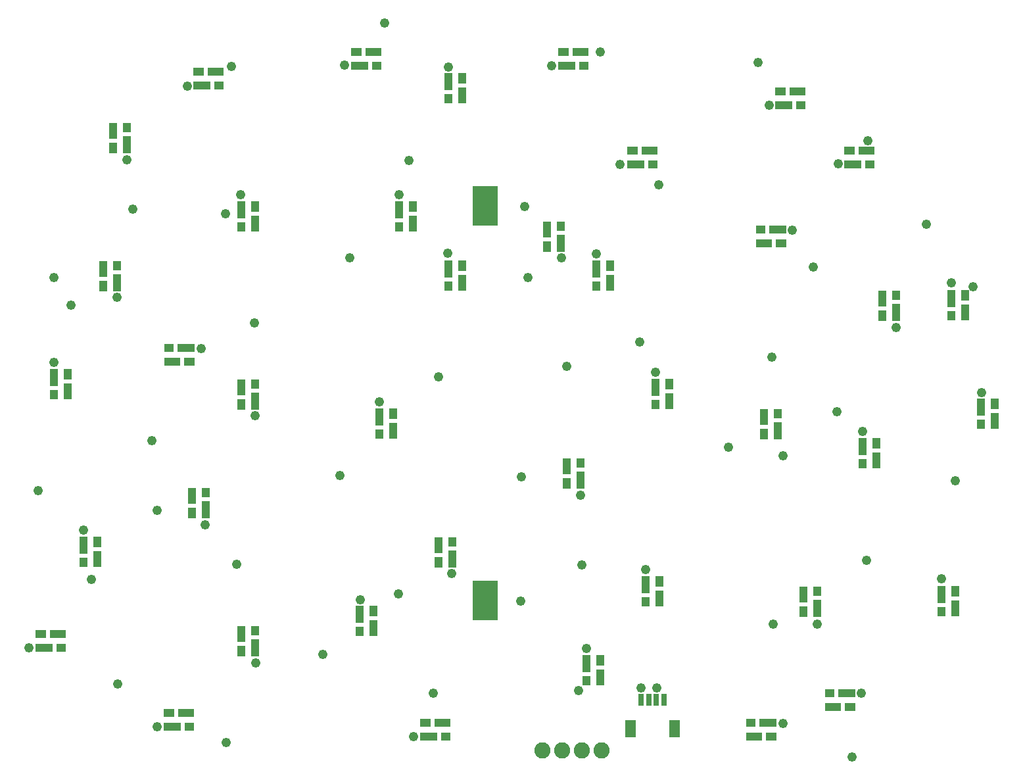
<source format=gts>
G04 EAGLE Gerber RS-274X export*
G75*
%MOMM*%
%FSLAX34Y34*%
%LPD*%
%INSoldermask Top*%
%IPPOS*%
%AMOC8*
5,1,8,0,0,1.08239X$1,22.5*%
G01*
%ADD10C,2.082800*%
%ADD11R,1.053200X2.103200*%
%ADD12R,1.053200X1.203200*%
%ADD13R,1.053200X1.353200*%
%ADD14R,1.053200X2.203200*%
%ADD15R,2.103200X1.053200*%
%ADD16R,1.203200X1.053200*%
%ADD17R,1.353200X1.053200*%
%ADD18R,2.203200X1.053200*%
%ADD19R,1.403200X2.203200*%
%ADD20R,0.803200X1.553200*%
%ADD21R,3.203200X5.203200*%
%ADD22C,1.209600*%


D10*
X835660Y74930D03*
X810260Y74930D03*
X784860Y74930D03*
X759460Y74930D03*
D11*
X834250Y168800D03*
D12*
X816750Y164300D03*
D13*
X834250Y190550D03*
D14*
X816750Y186300D03*
D15*
X1045100Y727850D03*
D16*
X1040600Y745350D03*
D17*
X1066850Y727850D03*
D18*
X1062600Y745350D03*
D11*
X1197750Y656700D03*
D12*
X1215250Y661200D03*
D13*
X1197750Y634950D03*
D14*
X1215250Y639200D03*
D11*
X1045350Y504300D03*
D12*
X1062850Y508800D03*
D13*
X1045350Y482550D03*
D14*
X1062850Y486800D03*
D11*
X1096150Y275700D03*
D12*
X1113650Y280200D03*
D13*
X1096150Y253950D03*
D14*
X1113650Y258200D03*
D11*
X910450Y270400D03*
D12*
X892950Y265900D03*
D13*
X910450Y292150D03*
D14*
X892950Y287900D03*
D11*
X923150Y524400D03*
D12*
X905650Y519900D03*
D13*
X923150Y546150D03*
D14*
X905650Y541900D03*
D11*
X846950Y676800D03*
D12*
X829450Y672300D03*
D13*
X846950Y698550D03*
D14*
X829450Y694300D03*
D15*
X898000Y846950D03*
D16*
X902500Y829450D03*
D17*
X876250Y846950D03*
D18*
X880500Y829450D03*
D15*
X809100Y973950D03*
D16*
X813600Y956450D03*
D17*
X787350Y973950D03*
D18*
X791600Y956450D03*
D11*
X765950Y745600D03*
D12*
X783450Y750100D03*
D13*
X765950Y723850D03*
D14*
X783450Y728100D03*
D15*
X1032400Y92850D03*
D16*
X1027900Y110350D03*
D17*
X1054150Y92850D03*
D18*
X1049900Y110350D03*
D11*
X791350Y440800D03*
D12*
X808850Y445300D03*
D13*
X791350Y419050D03*
D14*
X808850Y423300D03*
D11*
X626250Y339200D03*
D12*
X643750Y343700D03*
D13*
X626250Y317450D03*
D14*
X643750Y321700D03*
D15*
X631300Y110350D03*
D16*
X635800Y92850D03*
D17*
X609550Y110350D03*
D18*
X613800Y92850D03*
D11*
X542150Y232300D03*
D12*
X524650Y227800D03*
D13*
X542150Y254050D03*
D14*
X524650Y249800D03*
D11*
X567550Y486300D03*
D12*
X550050Y481800D03*
D13*
X567550Y508050D03*
D14*
X550050Y503800D03*
D11*
X656450Y676800D03*
D12*
X638950Y672300D03*
D13*
X656450Y698550D03*
D14*
X638950Y694300D03*
D11*
X592950Y753000D03*
D12*
X575450Y748500D03*
D13*
X592950Y774750D03*
D14*
X575450Y770500D03*
D11*
X656450Y918100D03*
D12*
X638950Y913600D03*
D13*
X656450Y939850D03*
D14*
X638950Y935600D03*
D15*
X542400Y973950D03*
D16*
X546900Y956450D03*
D17*
X520650Y973950D03*
D18*
X524900Y956450D03*
D11*
X372250Y542400D03*
D12*
X389750Y546900D03*
D13*
X372250Y520650D03*
D14*
X389750Y524900D03*
D15*
X1134000Y130950D03*
D16*
X1129500Y148450D03*
D17*
X1155750Y130950D03*
D18*
X1151500Y148450D03*
D11*
X308750Y402700D03*
D12*
X326250Y407200D03*
D13*
X308750Y380950D03*
D14*
X326250Y385200D03*
D11*
X372250Y224900D03*
D12*
X389750Y229400D03*
D13*
X372250Y203150D03*
D14*
X389750Y207400D03*
D15*
X301100Y123050D03*
D16*
X305600Y105550D03*
D17*
X279350Y123050D03*
D18*
X283600Y105550D03*
D15*
X136000Y224650D03*
D16*
X140500Y207150D03*
D17*
X114250Y224650D03*
D18*
X118500Y207150D03*
D11*
X186550Y321200D03*
D12*
X169050Y316700D03*
D13*
X186550Y342950D03*
D14*
X169050Y338700D03*
D11*
X148450Y537100D03*
D12*
X130950Y532600D03*
D13*
X148450Y558850D03*
D14*
X130950Y554600D03*
D15*
X283100Y575450D03*
D16*
X278600Y592950D03*
D17*
X304850Y575450D03*
D18*
X300600Y592950D03*
D11*
X389750Y753000D03*
D12*
X372250Y748500D03*
D13*
X389750Y774750D03*
D14*
X372250Y770500D03*
D15*
X339200Y948550D03*
D16*
X343700Y931050D03*
D17*
X317450Y948550D03*
D18*
X321700Y931050D03*
D11*
X207150Y872600D03*
D12*
X224650Y877100D03*
D13*
X207150Y850850D03*
D14*
X224650Y855100D03*
D11*
X1291450Y257700D03*
D12*
X1273950Y253200D03*
D13*
X1291450Y279450D03*
D14*
X1273950Y275200D03*
D11*
X194450Y694800D03*
D12*
X211950Y699300D03*
D13*
X194450Y673050D03*
D14*
X211950Y677300D03*
D11*
X1189850Y448200D03*
D12*
X1172350Y443700D03*
D13*
X1189850Y469950D03*
D14*
X1172350Y465700D03*
D11*
X1342250Y499000D03*
D12*
X1324750Y494500D03*
D13*
X1342250Y520750D03*
D14*
X1324750Y516500D03*
D11*
X1304150Y638700D03*
D12*
X1286650Y634200D03*
D13*
X1304150Y660450D03*
D14*
X1286650Y656200D03*
D15*
X1177400Y846950D03*
D16*
X1181900Y829450D03*
D17*
X1155650Y846950D03*
D18*
X1159900Y829450D03*
D15*
X1088500Y923150D03*
D16*
X1093000Y905650D03*
D17*
X1066750Y923150D03*
D18*
X1071000Y905650D03*
D19*
X873700Y102950D03*
X929700Y102950D03*
D20*
X886700Y139700D03*
X896700Y139700D03*
X906700Y139700D03*
X916700Y139700D03*
D21*
X686562Y775953D03*
X686562Y267953D03*
D22*
X816610Y205994D03*
X1069594Y109982D03*
X1170686Y148844D03*
X1273810Y295656D03*
X1171956Y485140D03*
X1325118Y535178D03*
X1286510Y676656D03*
X1140714Y829818D03*
X1052322Y905764D03*
X1081532Y744728D03*
X1215390Y619506D03*
X1114044Y237744D03*
X892810Y307340D03*
X905764Y561848D03*
X829056Y713994D03*
X860044Y829310D03*
X771906Y956056D03*
X784098Y708914D03*
X808990Y403352D03*
X643382Y302260D03*
X593598Y92964D03*
X525018Y268986D03*
X550164Y523748D03*
X638302Y715010D03*
X575310Y789940D03*
X639064Y954786D03*
X504952Y956818D03*
X389636Y505714D03*
X325120Y364998D03*
X390398Y187706D03*
X263906Y105664D03*
X98806Y206756D03*
X169164Y358902D03*
X131064Y574294D03*
X320294Y592328D03*
X371602Y790194D03*
X302260Y930402D03*
X224536Y835152D03*
X211836Y657860D03*
X1070102Y453898D03*
X886460Y154940D03*
X685800Y778510D03*
X683006Y269748D03*
X130556Y684022D03*
X232410Y771906D03*
X359410Y955802D03*
X351536Y765556D03*
X389382Y625348D03*
X256540Y473964D03*
X110744Y409194D03*
X263398Y384048D03*
X178816Y294688D03*
X212852Y160528D03*
X352298Y84836D03*
X365760Y314452D03*
X477266Y198882D03*
X619252Y148336D03*
X574548Y276098D03*
X499364Y428752D03*
X625856Y556006D03*
X511556Y708914D03*
X588010Y834136D03*
X556260Y1011428D03*
X733044Y427228D03*
X790956Y568960D03*
X740918Y683260D03*
X834644Y973836D03*
X909828Y802640D03*
X885444Y600710D03*
X810260Y313944D03*
X999236Y465074D03*
X1055024Y580898D03*
X1108710Y697230D03*
X1037590Y960628D03*
X1178814Y859790D03*
X1253998Y751840D03*
X1314196Y671576D03*
X1138936Y511048D03*
X1291590Y422402D03*
X1177290Y319278D03*
X1159002Y66802D03*
X1057148Y237744D03*
X806196Y151638D03*
X906780Y154940D03*
X736600Y774700D03*
X731520Y266700D03*
X152400Y647700D03*
M02*

</source>
